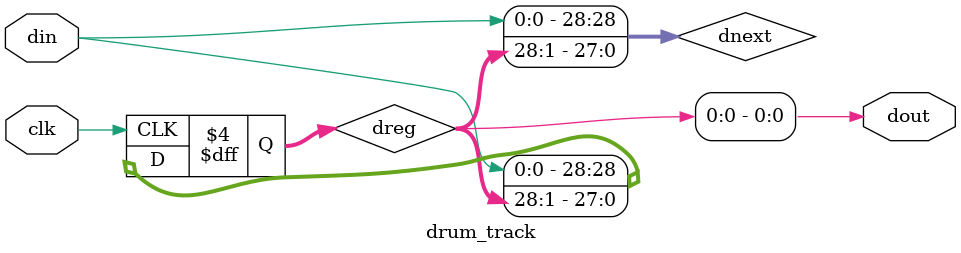
<source format=sv>

`timescale 1ns / 1ps

module drum_track (
    input logic clk,
    input logic din,
    output logic dout
);
    
    parameter N = 29;
    parameter V = 0;
    
    logic [N-1:0] dreg = V;
    logic [N-1:0] dnext;
    
    always_ff @(posedge clk)
      begin
        dreg <= dnext;
      end
    
    always_comb begin
      dnext = {din, dreg[N-1:1]};
      dout = dreg[0];
    end
    
endmodule

</source>
